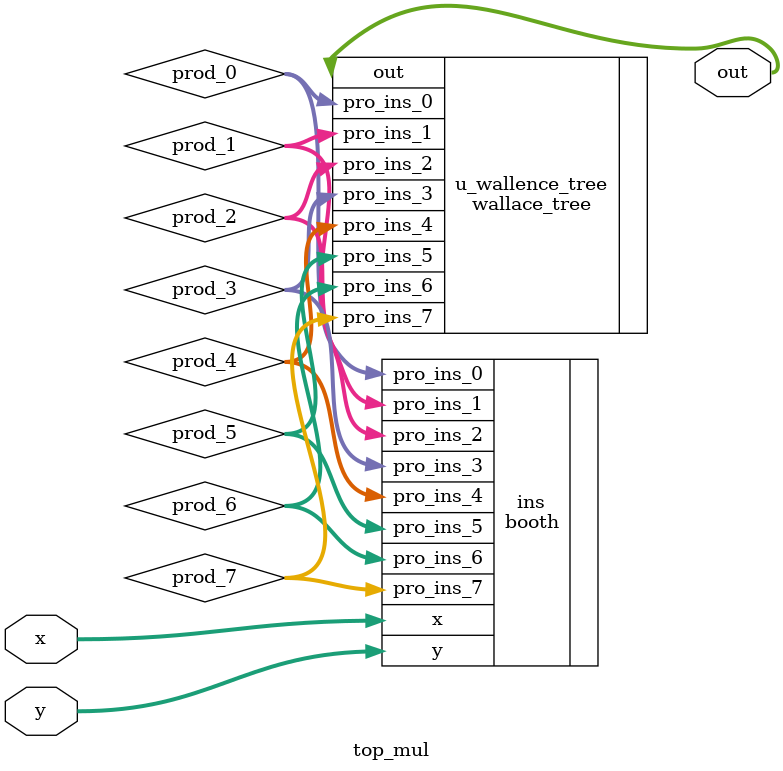
<source format=v>
`timescale 1ns / 1ps


module top_mul(
    input [15:0] x,
    input [15:0] y,

    output [31:0] out 
);

    wire [31:0] prod_0;
    wire [31:0] prod_1;
    wire [31:0] prod_2;
    wire [31:0] prod_3;
    wire [31:0] prod_4;
    wire [31:0] prod_5;
    wire [31:0] prod_6;
    wire [31:0] prod_7;
    
    booth ins(
        .x(x),
        .y(y),
        .pro_ins_0(prod_0),
        .pro_ins_1(prod_1),
        .pro_ins_2(prod_2),
        .pro_ins_3(prod_3),
        .pro_ins_4(prod_4),
        .pro_ins_5(prod_5),
        .pro_ins_6(prod_6),
        .pro_ins_7(prod_7)
    );

    wallace_tree u_wallence_tree(
        .pro_ins_0(prod_0),
        .pro_ins_1(prod_1),
        .pro_ins_2(prod_2),
        .pro_ins_3(prod_3),
        .pro_ins_4(prod_4),
        .pro_ins_5(prod_5),
        .pro_ins_6(prod_6),
        .pro_ins_7(prod_7),
        .out(out)
    );
endmodule

</source>
